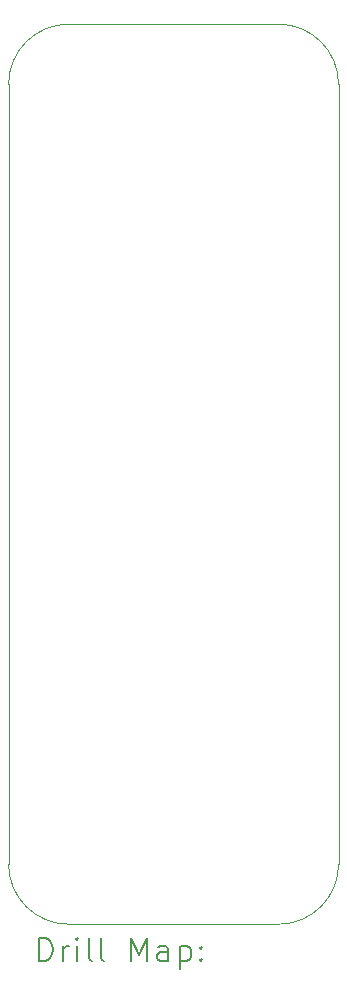
<source format=gbr>
%TF.GenerationSoftware,KiCad,Pcbnew,8.0.5*%
%TF.CreationDate,2024-11-16T19:04:20+01:00*%
%TF.ProjectId,esp8266-expansion-board,65737038-3236-4362-9d65-7870616e7369,rev?*%
%TF.SameCoordinates,Original*%
%TF.FileFunction,Drillmap*%
%TF.FilePolarity,Positive*%
%FSLAX45Y45*%
G04 Gerber Fmt 4.5, Leading zero omitted, Abs format (unit mm)*
G04 Created by KiCad (PCBNEW 8.0.5) date 2024-11-16 19:04:20*
%MOMM*%
%LPD*%
G01*
G04 APERTURE LIST*
%ADD10C,0.050000*%
%ADD11C,0.200000*%
G04 APERTURE END LIST*
D10*
X5844482Y-3055929D02*
X5844482Y-9659929D01*
X6352482Y-10167929D02*
G75*
G02*
X5844481Y-9659929I-2J507999D01*
G01*
X5844482Y-3055929D02*
G75*
G02*
X6352482Y-2547932I507998J-1D01*
G01*
X8130482Y-10167929D02*
X6352482Y-10167929D01*
X8130482Y-2547929D02*
G75*
G02*
X8638481Y-3055929I-2J-508001D01*
G01*
X8638482Y-9659929D02*
G75*
G02*
X8130482Y-10167932I-508002J-1D01*
G01*
X8638481Y-3055929D02*
X8638482Y-9659929D01*
X6352482Y-2547929D02*
X8130482Y-2547929D01*
D11*
X6102758Y-10481913D02*
X6102758Y-10281913D01*
X6102758Y-10281913D02*
X6150377Y-10281913D01*
X6150377Y-10281913D02*
X6178948Y-10291437D01*
X6178948Y-10291437D02*
X6197996Y-10310484D01*
X6197996Y-10310484D02*
X6207520Y-10329532D01*
X6207520Y-10329532D02*
X6217043Y-10367627D01*
X6217043Y-10367627D02*
X6217043Y-10396199D01*
X6217043Y-10396199D02*
X6207520Y-10434294D01*
X6207520Y-10434294D02*
X6197996Y-10453341D01*
X6197996Y-10453341D02*
X6178948Y-10472389D01*
X6178948Y-10472389D02*
X6150377Y-10481913D01*
X6150377Y-10481913D02*
X6102758Y-10481913D01*
X6302758Y-10481913D02*
X6302758Y-10348579D01*
X6302758Y-10386675D02*
X6312282Y-10367627D01*
X6312282Y-10367627D02*
X6321805Y-10358103D01*
X6321805Y-10358103D02*
X6340853Y-10348579D01*
X6340853Y-10348579D02*
X6359901Y-10348579D01*
X6426567Y-10481913D02*
X6426567Y-10348579D01*
X6426567Y-10281913D02*
X6417043Y-10291437D01*
X6417043Y-10291437D02*
X6426567Y-10300960D01*
X6426567Y-10300960D02*
X6436091Y-10291437D01*
X6436091Y-10291437D02*
X6426567Y-10281913D01*
X6426567Y-10281913D02*
X6426567Y-10300960D01*
X6550377Y-10481913D02*
X6531329Y-10472389D01*
X6531329Y-10472389D02*
X6521805Y-10453341D01*
X6521805Y-10453341D02*
X6521805Y-10281913D01*
X6655139Y-10481913D02*
X6636091Y-10472389D01*
X6636091Y-10472389D02*
X6626567Y-10453341D01*
X6626567Y-10453341D02*
X6626567Y-10281913D01*
X6883710Y-10481913D02*
X6883710Y-10281913D01*
X6883710Y-10281913D02*
X6950377Y-10424770D01*
X6950377Y-10424770D02*
X7017043Y-10281913D01*
X7017043Y-10281913D02*
X7017043Y-10481913D01*
X7197996Y-10481913D02*
X7197996Y-10377151D01*
X7197996Y-10377151D02*
X7188472Y-10358103D01*
X7188472Y-10358103D02*
X7169424Y-10348579D01*
X7169424Y-10348579D02*
X7131329Y-10348579D01*
X7131329Y-10348579D02*
X7112282Y-10358103D01*
X7197996Y-10472389D02*
X7178948Y-10481913D01*
X7178948Y-10481913D02*
X7131329Y-10481913D01*
X7131329Y-10481913D02*
X7112282Y-10472389D01*
X7112282Y-10472389D02*
X7102758Y-10453341D01*
X7102758Y-10453341D02*
X7102758Y-10434294D01*
X7102758Y-10434294D02*
X7112282Y-10415246D01*
X7112282Y-10415246D02*
X7131329Y-10405722D01*
X7131329Y-10405722D02*
X7178948Y-10405722D01*
X7178948Y-10405722D02*
X7197996Y-10396199D01*
X7293234Y-10348579D02*
X7293234Y-10548579D01*
X7293234Y-10358103D02*
X7312282Y-10348579D01*
X7312282Y-10348579D02*
X7350377Y-10348579D01*
X7350377Y-10348579D02*
X7369424Y-10358103D01*
X7369424Y-10358103D02*
X7378948Y-10367627D01*
X7378948Y-10367627D02*
X7388472Y-10386675D01*
X7388472Y-10386675D02*
X7388472Y-10443818D01*
X7388472Y-10443818D02*
X7378948Y-10462865D01*
X7378948Y-10462865D02*
X7369424Y-10472389D01*
X7369424Y-10472389D02*
X7350377Y-10481913D01*
X7350377Y-10481913D02*
X7312282Y-10481913D01*
X7312282Y-10481913D02*
X7293234Y-10472389D01*
X7474186Y-10462865D02*
X7483710Y-10472389D01*
X7483710Y-10472389D02*
X7474186Y-10481913D01*
X7474186Y-10481913D02*
X7464663Y-10472389D01*
X7464663Y-10472389D02*
X7474186Y-10462865D01*
X7474186Y-10462865D02*
X7474186Y-10481913D01*
X7474186Y-10358103D02*
X7483710Y-10367627D01*
X7483710Y-10367627D02*
X7474186Y-10377151D01*
X7474186Y-10377151D02*
X7464663Y-10367627D01*
X7464663Y-10367627D02*
X7474186Y-10358103D01*
X7474186Y-10358103D02*
X7474186Y-10377151D01*
M02*

</source>
